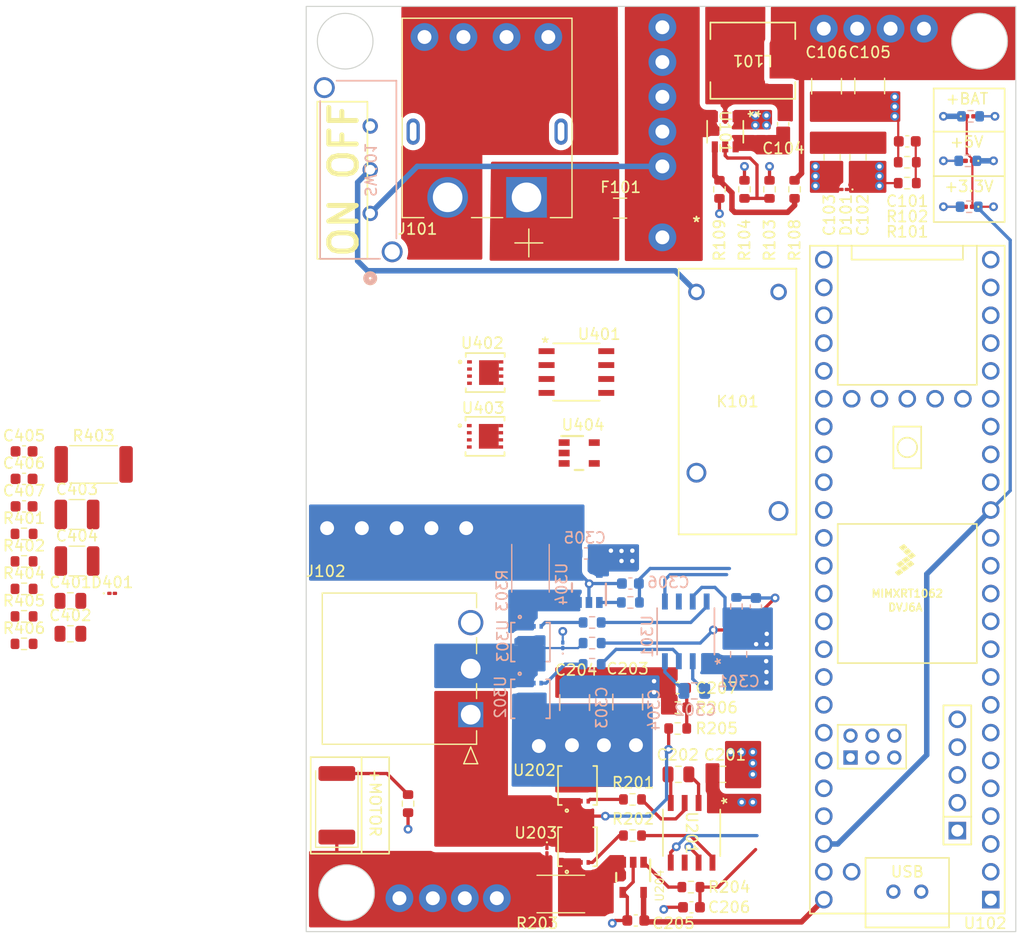
<source format=kicad_pcb>
(kicad_pcb (version 20221018) (generator pcbnew)
  (layers (0 "F.Cu" signal) (1 "In1.Cu" power "VCC") (2 "In2.Cu" power "GND") (31 "B.Cu" signal) (34 "B.Paste" user) (35 "F.Paste" user) (36 "B.SilkS" user "B.Silkscreen") (37 "F.SilkS" user "F.Silkscreen") (38 "B.Mask" user) (39 "F.Mask" user) (44 "Edge.Cuts" user))
  (net 0 "")
  (net 1 "GND")
  (net 2 "VCC_SENSE")
  (net 3 "VCC")
  (net 4 "Net-(C102-Pad2)")
  (net 5 "Net-(U101-SW)")
  (net 6 "Net-(U101-CB)")
  (net 7 "+5V")
  (net 8 "Net-(U201-HB)")
  (net 9 "Net-(U201-HS)")
  (net 10 "I_SENSE_A")
  (net 11 "V_SENSE_A")
  (net 12 "Net-(U301-HB)")
  (net 13 "Net-(U301-HS)")
  (net 14 "I_SENSE_B")
  (net 15 "V_SENSE_B")
  (net 16 "Net-(U401-HB)")
  (net 17 "Net-(U401-HS)")
  (net 18 "I_SENSE_C")
  (net 19 "V_SENSE_C")
  (net 20 "Net-(D102-A)")
  (net 21 "PHASE_A")
  (net 22 "PHASE_B")
  (net 23 "PHASE_C")
  (net 24 "+BATT")
  (net 25 "Net-(U101-EN)")
  (net 26 "Net-(U101-FB)")
  (net 27 "+3.3V")
  (net 28 "Net-(U201-HO)")
  (net 29 "Net-(R201-Pad2)")
  (net 30 "Net-(U201-LO)")
  (net 31 "Net-(U204-IN+)")
  (net 32 "Net-(U204-OUT)")
  (net 33 "Net-(U301-HO)")
  (net 34 "Net-(U301-LO)")
  (net 35 "Net-(U304-IN+)")
  (net 36 "Net-(U304-OUT)")
  (net 37 "Net-(U401-HO)")
  (net 38 "Net-(U401-LO)")
  (net 39 "Net-(U404-IN+)")
  (net 40 "Net-(U404-OUT)")
  (net 41 "PWM_A")
  (net 43 "PWM_B")
  (net 45 "PWM_C")
  (net 54 "V_MOT")
  (net 99 "Net-(K101-Pad1)")
  (net 100 "Net-(D103-A)")
  (net 101 "Net-(D104-A)")
  (net 102 "Net-(R202-Pad2)")
  (net 103 "Net-(R301-Pad2)")
  (net 104 "Net-(R302-Pad2)")
  (net 105 "Net-(R401-Pad2)")
  (net 106 "Net-(R402-Pad2)")
  (net 107 "Net-(D105-A)")
  (footprint "Capacitor_SMD:C_1210_3225Metric" (layer "F.Cu") (at 49.911 88.949 90)
    (fp_text reference "C204")
    (fp_text value "22uF" hide)
  )
  (footprint "Resistor_SMD:R_0603_1608Metric" (layer "F.Cu") (at 60.516 105.791)
    (fp_text reference "R204")
    (fp_text value "1k" hide)
  )
  (footprint "Capacitor_SMD:C_0603_1608Metric" (layer "F.Cu") (at 80.264 37.717875)
    (fp_text reference "C101")
    (fp_text value "10nF" hide)
  )
  (footprint "Resistor_SMD:R_2512_6332Metric" (layer "F.Cu") (at 48.641 106.422304 180)
    (fp_text reference "R203")
    (fp_text value "2m" hide)
  )
  (footprint "Resistor_SMD:R_0603_1608Metric" (layer "F.Cu") (at 59.309 91.313)
    (fp_text reference "R205")
    (fp_text value "4.7k" hide)
  )
  (footprint "Capacitor_SMD:C_0603_1608Metric" (layer "F.Cu") (at 60.566 107.631917)
    (fp_text reference "C206")
    (fp_text value "1nF" hide)
  )
  (footprint "Capacitor_SMD:C_0805_2012Metric" (layer "F.Cu") (at 63.439 95.500304)
    (fp_text reference "C201")
    (fp_text value "1uF" hide)
  )
  (footprint "N_MOSFETS:MOSFET_3DN-T1-GE3_VIS" (layer "F.Cu") (at 50.165 102.104304 90)
    (fp_text reference "U203")
    (fp_text value "SISHA14DN-T1-GE3" hide)
  )
  (footprint "Capacitor_SMD:C_0603_1608Metric" (layer "F.Cu") (at 68.9356 36.1318 -90)
    (fp_text reference "C104")
    (fp_text value "0.1uF" hide)
  )
  (footprint "Resistor_SMD:R_0603_1608Metric" (layer "F.Cu") (at 63.119 42.1 -90)
    (fp_text reference "R109")
    (fp_text value "13.7K" hide)
  )
  (footprint "Diode_SMD:D_01005_0402Metric" (layer "F.Cu") (at 47.371 102.461829 -90)
    (fp_text reference "D201" hide)
    (fp_text value "TVS_0402" hide)
  )
  (footprint "G5PZ-1A4-E:G5PZ_OMR" (layer "F.Cu") (at 61.02 51.4665)
    (fp_text reference "K101")
    (fp_text value "G5PZ-1A4-E")
  )
  (footprint "Capacitor_SMD:C_1210_3225Metric" (layer "F.Cu") (at 72.898 32.688 -90)
    (fp_text reference "C106")
    (fp_text value "22uF" hide)
  )
  (footprint "Resistor_SMD:R_0603_1608Metric" (layer "F.Cu") (at 34.6964 98.171 90)
    (fp_text reference "R110" hide)
    (fp_text value "100")
  )
  (footprint "SRP6540-2R2M:IND_SRP6540-2R2M_BRN" (layer "F.Cu") (at 66.167 30.353 180)
    (fp_text reference "L101")
    (fp_text value "10uH")
  )
  (footprint "Resistor_SMD:R_0603_1608Metric" (layer "F.Cu") (at -0.3556 81.0784)
    (fp_text reference "R405")
    (fp_text value "4.7k")
  )
  (footprint "INA180A3:DBV0005A_N" (layer "F.Cu") (at 50.3174 66.167)
    (fp_text reference "U404")
    (fp_text value "INA180A3IDBVR")
  )
  (footprint "Resistor_SMD:R_0603_1608Metric" (layer "F.Cu") (at -0.3556 76.0584)
    (fp_text reference "R402")
    (fp_text value "100")
  )
  (footprint "Capacitor_SMD:C_1210_3225Metric" (layer "F.Cu") (at 4.4744 76.0284)
    (fp_text reference "C404")
    (fp_text value "22uF")
  )
  (footprint "Capacitor_SMD:C_0603_1608Metric" (layer "F.Cu") (at 59.296 87.63)
    (fp_text reference "C207")
    (fp_text value "10nF" hide)
  )
  (footprint "Resistor_SMD:R_0603_1608Metric" (layer "F.Cu") (at 59.309 89.408 180)
    (fp_text reference "R206")
    (fp_text value "1k" hide)
  )
  (footprint "Diode_SMD:D_01005_0402Metric" (layer "F.Cu") (at 74.5026 42.1082 180)
    (fp_text reference "D101")
    (fp_text value "TVS_0402" hide)
  )
  (footprint "Diode_SMD:D_01005_0402Metric" (layer "F.Cu") (at 7.6844 78.9784)
    (fp_text reference "D401")
    (fp_text value "TVS_0402")
  )
  (footprint "Resistor_SMD:R_0603_1608Metric" (layer "F.Cu") (at 55.182 97.786304 180)
    (fp_text reference "R201")
    (fp_text value "100" hide)
  )
  (footprint "Capacitor_SMD:C_0603_1608Metric" (layer "F.Cu") (at -0.3556 66.0184)
    (fp_text reference "C405")
    (fp_text value "0.1uF")
  )
  (footprint "Resistor_SMD:R_0603_1608Metric" (layer "F.Cu") (at 65.405 42.1 90)
    (fp_text reference "R104")
    (fp_text value "11.3k" hide)
  )
  (footprint "Resistor_SMD:R_0603_1608Metric" (layer "F.Cu") (at 67.691 42.1 -90)
    (fp_text reference "R103")
    (fp_text value "110k" hide)
  )
  (footprint "Resistor_SMD:R_0603_1608Metric" (layer "F.Cu") (at 69.977 42.1 -90)
    (fp_text reference "R108")
    (fp_text value "100K" hide)
  )
  (footprint "Capacitor_SMD:C_0805_2012Metric" (layer "F.Cu") (at 59.375 95.500304 180)
    (fp_text reference "C202")
    (fp_text value "1uF" hide)
  )
  (footprint "Capacitor_SMD:C_0603_1608Metric" (layer "F.Cu") (at 55.486 108.839)
    (fp_text reference "C205")
    (fp_text value "0.1uF" hide)
  )
  (footprint "Resistor_SMD:R_0603_1608Metric" (layer "F.Cu") (at 80.264 39.624 180)
    (fp_text reference "R102")
    (fp_text value "1k" hide)
  )
  (footprint "Capacitor_SMD:C_0805_2012Metric" (layer "F.Cu") (at 3.8744 79.6584)
    (fp_text reference "C401")
    (fp_text value "1uF")
  )
  (footprint "MIC4605:SOIC-8_M_MCH" (layer "F.Cu") (at 50.0634 58.7756)
    (fp_text reference "U401")
    (fp_text value "MIC4605-2YM-TR")
  )
  (footprint "Capacitor_SMD:C_0805_2012Metric" (layer "F.Cu") (at 73.406 39.177 -90)
    (fp_text reference "C103")
    (fp_text value "4.7uF" hide)
  )
  (footprint "Fuse:Fuse_1206_3216Metric" (layer "F.Cu") (at 54.0512 43.815)
    (fp_text reference "F101")
    (fp_text value "20A" hide)
  )
  (footprint "Resistor_SMD:R_0603_1608Metric" (layer "F.Cu") (at -0.3556 78.5684)
    (fp_text reference "R404")
    (fp_text value "1k")
  )
  (footprint "Capacitor_SMD:C_0805_2012Metric" (layer "F.Cu") (at 3.8744 82.6684)
    (fp_text reference "C402")
    (fp_text value "1uF")
  )
  (footprint "Capacitor_SMD:C_0603_1608Metric" (layer "F.Cu") (at -0.3556 68.5284)
    (fp_text reference "C406")
    (fp_text value "1nF")
  )
  (footprint "N_MOSFETS:MOSFET_3DN-T1-GE3_VIS" (layer "F.Cu") (at 41.719601 64.643007)
    (fp_text reference "U403")
    (fp_text value "SISHA14DN-T1-GE3")
  )
  (footprint "LED_SMD:LED_0201_0603Metric" (layer "F.Cu") (at 85.888 43.688 180)
    (fp_text reference "D104" hide)
    (fp_text value "LED" hide)
  )
  (footprint "LMR51420XDDCR:SOT23_DDC_TEX" (layer "F.Cu") (at 63.647995 36.842463 -90)
    (fp_text reference "U101")
    (fp_text value "LMR51420XDDCR")
  )
  (footprint "xt60_pw:AMASS_XT60PW-M" (layer "F.Cu") (at 41.91 36.83)
    (fp_text reference "J101")
    (fp_text value "XT60PW-M" hide)
  )
  (footprint "MIC4605:SOIC-8_M_MCH" (layer "F.Cu") (at 60.579 100.834304 -90)
    (fp_text reference "U201")
    (fp_text value "MIC4605-2YM-TR" hide)
  )
  (footprint "Resistor_SMD:R_0603_1608Metric" (layer "F.Cu") (at 55.182 101.088304 180)
    (fp_text reference "R202")
    (fp_text value "100" hide)
  )
  (footprint "LED_SMD:LED_2512_6332Metric" (layer "F.Cu") (at 28.194 98.3234 90)
    (fp_text reference "D105" hide)
    (fp_text value "LED")
  )
  (footprint "N_MOSFETS:MOSFET_3DN-T1-GE3_VIS" (layer "F.Cu") (at 41.738651 58.826407)
    (fp_text reference "U402")
    (fp_text value "SISHA14DN-T1-GE3")
  )
  (footprint "Capacitor_SMD:C_1210_3225Metric" (layer "F.Cu") (at 54.737 88.9 90)
    (fp_text reference "C203")
    (fp_text value "22uF" hide)
  )
  (footprint "Resistor_SMD:R_0603_1608Metric" (layer "F.Cu") (at -0.3556 83.5884)
    (fp_text reference "R406")
    (fp_text value "1k")
  )
  (footprint "N_MOSFETS:MOSFET_3DN-T1-GE3_VIS" (layer "F.Cu") (at 50.165 96.516304 90)
    (fp_text reference "U202")
    (fp_text value "SISHA14DN-T1-GE3" hide)
  )
  (footprint "Resistor_SMD:R_0603_1608Metric" (layer "F.Cu") (at 80.264 41.529)
    (fp_text reference "R101")
    (fp_text value "4.7k" hide)
  )
  (footprint "Capacitor_SMD:C_1210_3225Metric" (layer "F.Cu") (at 4.4744 71.7784)
    (fp_text reference "C403")
    (fp_text value "22uF")
  )
  (footprint "Resistor_SMD:R_2512_6332Metric" (layer "F.Cu") (at 5.9944 67.2084)
    (fp_text reference "R403")
    (fp_text value "2m")
  )
  (footprint "INA180A3:DBV0005A_N" (layer "F.Cu") (at 55.245 104.898304 -90)
    (fp_text reference "U204")
    (fp_text value "INA180A3IDBVR" hide)
  )
  (footprint "LED_SMD:LED_0201_0603Metric" (layer "F.Cu") (at 86.015 35.433)
    (fp_text reference "D102" hide)
    (fp_text value "LED" hide)
  )
  (footprint "LED_SMD:LED_0201_0603Metric" (layer "F.Cu") (at 85.888 39.497 180)
    (fp_text reference "D103" hide)
    (fp_text value "LED" hide)
  )
  (footprint "molex_motor_conn:CON_39303037" (layer "F.Cu") (at 40.416513 90.051999 -90)
    (fp_text reference "J102")
    (fp_text value "39303037" hide)
  )
  (footprint "Capacitor_SMD:C_0805_2012Metric" (layer "F.Cu") (at 75.7682 39.177 90)
    (fp_text reference "C102")
    (fp_text value "4.7uF" hide)
  )
  (footprint "Capacitor_SMD:C_0603_1608Metric" (layer "F.Cu") (at -0.3556 71.0384)
    (fp_text reference "C407")
    (fp_text value "10nF")
  )
  (footprint "teensy.pretty-master:Teensy41" (layer "F.Cu") (at 80.2668 77.724 90)
    (fp_text reference "U102")
    (fp_text value "Teensy4.1" hide)
  )
  (footprint "Resistor_SMD:R_0603_1608Metric" (layer "F.Cu") (at -0.3556 73.5484)
    (fp_text reference "R401")
    (fp_text value "100")
  )
  (footprint "Capacitor_SMD:C_1210_3225Metric" (layer "F.Cu") (at 76.835 32.666686 -90)
    (fp_text reference "C105")
    (fp_text value "22uF" hide)
  )
  (footprint "N_MOSFETS:MOSFET_3DN-T1-GE3_VIS" (layer "B.Cu") (at 45.872407 83.426401 -90)
    (fp_text reference "U303")
    (fp_text value "SISHA14DN-T1-GE3" hide)
  )
  (footprint "Resistor_SMD:R_0603_1608Metric" (layer "B.Cu") (at 51.499 81.6356 180)
    (fp_text reference "R302" hide)
    (fp_text value "100" hide)
  )
  (footprint "Capacitor_SMD:C_0805_2012Metric" (layer "B.Cu") (at 60.8228 87.884 180)
    (fp_text reference "C302")
    (fp_text value "1uF" hide)
  )
  (footprint "Capacitor_SMD:C_1210_3225Metric" (layer "B.Cu") (at 49.8856 88.9526 90)
    (fp_text reference "C303")
    (fp_text value "22uF" hide)
  )
  (footprint "Resistor_SMD:R_0603_1608Metric" (layer "B.Cu") (at 51.499 85.4456 180)
    (fp_text reference "R301" hide)
    (fp_text value "100" hide)
  )
  (footprint "INA180A3:DBV0005A_N" (layer "B.Cu") (at 51.2064 78.4352 90)
    (fp_text reference "U304")
    (fp_text value "INA180A3IDBVR" hide)
  )
  (footprint "Capacitor_SMD:C_1210_3225Metric" (layer "B.Cu") (at 54.7624 88.8982 90)
    (fp_text reference "C304")
    (fp_text value "22uF" hide)
  )
  (footprint "N_MOSFETS:MOSFET_3DN-T1-GE3_VIS" (layer "B.Cu") (at 45.862621 88.607801 -90)
    (fp_text reference "U302")
    (fp_text value "SISHA14DN-T1-GE3" hide)
  )
  (footprint "Capacitor_SMD:C_0805_2012Metric" (layer "B.Cu") (at 64.8716 84.5464 90)
    (fp_text reference "C301")
    (fp_text value "1uF" hide)
  )
  (footprint "Resistor_SMD:R_0603_1608Metric" (layer "B.Cu") (at 54.991 79.8068)
    (fp_text reference "R304" hide)
    (fp_text value "1k" hide)
  )
  (footprint "Resistor_SMD:R_0603_1608Metric" (layer "B.Cu") (at 85.789 39.497 180)
    (fp_text reference "R106" hide)
    (fp_text value "100" hide)
  )
  (footprint "Capacitor_SMD:C_0603_1608Metric" (layer "B.Cu") (at 66.4464 80.1754 90)
    (fp_text reference "C307" hide)
    (fp_text value "10nF" hide)
  )
  (footprint "Resistor_SMD:R_0603_1608Metric" (layer "B.Cu") (at 51.499 83.5152)
    (fp_text reference "R305" hide)
    (fp_text value "4.7k" hide)
  )
  (footprint "Resistor_SMD:R_0603_1608Metric" (layer "B.Cu") (at 85.916 43.688 180)
    (fp_text reference "R107" hide)
    (fp_text value "100" hide)
  )
  (footprint "Resistor_SMD:R_0603_1608Metric" (layer "B.Cu") (at 64.6684 80.1746 -90)
    (fp_text reference "R306" hide)
    (fp_text value "1k" hide)
  )
  (footprint "Resistor_SMD:R_0603_1608Metric" (layer "B.Cu") (at 86.043 35.433)
    (fp_text reference "R105" hide)
    (fp_text value "1k" hide)
  )
  (footprint "Capacitor_SMD:C_0603_1608Metric" (layer "B.Cu") (at 54.991 78.0796)
    (fp_text reference "C306")
    (fp_text value "1nF" hide)
  )
  (footprint "SLIDE_SWITCH:SW3_1825255-1_TEC" (layer "B.Cu") (at 31.242 44.2976 90)
    (fp_text reference "SW101")
    (fp_text value "1825255-1")
  )
  (footprint "Diode_SMD:D_01005_0402Metric" (layer "B.Cu") (at 48.8188 83.7184 90)
    (fp_text reference "D301" hide)
    (fp_text value "TVS_0402")
  )
  (footprint "Resistor_SMD:R_2512_6332Metric" (layer "B.Cu") (at 45.8724 76.6919 90)
    (fp_text reference "R303")
    (fp_text value "2m" hide)
  )
  (footprint "Capacitor_SMD:C_0603_1608Metric" (layer "B.Cu") (at 50.9394 75.3364)
    (fp_text reference "C305")
    (fp_text value "0.1uF" hide)
  )
  (footprint "MIC4605:SOIC-8_M_MCH" (layer "B.Cu") (at 60.0456 82.4484 90)
    (fp_text reference "U301")
    (fp_text value "MIC4605-2YM-TR" hide)
  )
  (gr_rect (start 82.677 32.893) (end 89.154 45.085) (stroke (width 0.15)) (fill none) (layer "F.SilkS"))
  (gr_rect (start 25.8064 93.9292) (end 32.9692 102.743) (stroke (width 0.15)) (fill none) (layer "F.SilkS"))
  (gr_line (start 30.4546 93.98) (end 30.4546 102.743) (stroke (width 0.15)) (layer "F.SilkS"))
  (gr_rect (start 26.416 34.0995) (end 30.988 48.4505) (stroke (width 0.15)) (fill none) (layer "F.SilkS"))
  (gr_line (start 82.677 40.894) (end 89.154 40.894) (stroke (width 0.15)) (layer "F.SilkS"))
  (gr_line (start 82.677 36.83) (end 89.154 36.83) (stroke (width 0.15)) (layer "F.SilkS"))
  (gr_circle (center 29.083 106.299) (end 26.543 106.299) (stroke (width 0.1)) (fill none) (layer "Edge.Cuts"))
  (gr_circle (center 28.956 28.575) (end 26.416 28.575) (stroke (width 0.1)) (fill none) (layer "Edge.Cuts"))
  (gr_circle (center 86.868 28.575) (end 84.328 28.575) (stroke (width 0.1)) (fill none) (layer "Edge.Cuts"))
  (gr_rect (start 25.4 25.4) (end 90.17 109.855) (stroke (width 0.1)) (fill none) (layer "Edge.Cuts"))
  (gr_text "+BAT" (at 83.693 34.417) (layer "F.SilkS") (effects (font (size 1 1)) (justify left bottom)))
  (gr_text "+3.3V" (at 83.566 42.418) (layer "F.SilkS") (effects (font (size 1 1)) (justify left bottom)))
  (gr_text "+5V" (at 84.074 38.354) (layer "F.SilkS") (effects (font (size 1 1)) (justify left bottom)))
  (gr_text "OFF" (at 28.829 37.719 90) (layer "F.SilkS") (effects (font (size 2.5 2.5) (thickness 0.45))))
  (gr_text "ON" (at 28.829 45.593 90) (layer "F.SilkS") (effects (font (size 2.5 2.5) (thickness 0.45))))
  (gr_text "+MOTOR" (at 31.115 94.869 -90) (layer "F.SilkS") (effects (font (size 1 1)) (justify left bottom)))
  (segment (start 54.711 108.839) (end 54.711 106.689301) (width 0.3) (layer "F.Cu") (net 1))
  (segment (start 54.295002 106.273303) (end 55.245 105.323305) (width 0.3) (layer "F.Cu") (net 1))
  (segment (start 88.138 43.688) (end 86.208 43.688) (width 0.2) (layer "F.Cu") (net 1))
  (segment (start 79.439 35.751) (end 79.121 35.433) (width 0.2) (layer "F.Cu") (net 1))
  (segment (start 86.208 39.497) (end 86.208 43.688) (width 0.2) (layer "F.Cu") (net 1))
  (segment (start 59.791 107.631917) (end 58.230083 107.631917) (width 0.3) (layer "F.Cu") (net 1))
  (segment (start 28.194 101.2234) (end 28.194 103.0986) (width 0.3) (layer "F.Cu") (net 1))
  (segment (start 54.711 108.839) (end 53.594 108.839) (width 0.3) (layer "F.Cu") (net 1))
  (segment (start 53.594 108.839) (end 53.34 109.093) (width 0.3) (layer "F.Cu") (net 1))
  (segment (start 63.119 42.926) (end 63.119 44.323) (width 0.3) (layer "F.Cu") (net 1))
  (segment (start 54.711 106.689301) (end 54.295002 106.273303) (width 0.3) (layer "F.Cu") (net 1))
  (segment (start 74.2526 42.1082) (end 73.9852 42.1082) (width 0.2) (layer "F.Cu") (net 1))
  (segment (start 86.208 39.338544) (end 86.208 39.497) (width 0.2) (layer "F.Cu") (net 1))
  (segment (start 73.9852 42.1082) (end 73.787 41.91) (width 0.2) (layer "F.Cu") (net 1))
  (segment (start 65.405 40.005) (end 65.405 41.275) (width 0.3) (layer "F.Cu") (net 1))
  (segment (start 63.119 42.925) (end 63.119 42.926) (width 0.3) (layer "F.Cu") (net 1))
  (segment (start 58.230083 107.631917) (end 58.039 107.823) (width 0.3) (layer "F.Cu") (net 1))
  (segment (start 47.371 103.120304) (end 47.371 102.739304) (width 0.2) (layer "F.Cu") (net 1))
  (segment (start 61.214 102.993304) (end 61.214 103.558454) (width 0.3) (layer "F.Cu") (net 1))
  (segment (start 85.695 35.433) (end 85.695 38.825544) (width 0.2) (layer "F.Cu") (net 1))
  (segment (start 55.245 105.323305) (end 55.245 103.523303) (width 0.3) (layer "F.Cu") (net 1))
  (segment (start 79.439 39.624) (end 79.439 35.751) (width 0.2) (layer "F.Cu") (net 1))
  (segment (start 85.695 38.825544) (end 86.208 39.338544) (width 0.2) (layer "F.Cu") (net 1))
  (segment (start 60.325 102.104304) (end 61.214 102.993304) (width 0.3) (layer "F.Cu") (net 1))
  (via (at 63.119 44.323) (size 0.8) (drill 0.4) (layers "F.Cu" "B.Cu") (net 1))
  (via (at 36.195 28.194) (size 2.54) (drill 1.27) (layers "F.Cu" "B.Cu") (net 1))
  (via (at 67.437 82.677) (size 0.8) (drill 0.4) (layers "F.Cu" "B.Cu") (net 1))
  (via (at 88.138 43.688) (size 0.8) (drill 0.4) (layers "F.Cu" "B.Cu") (net 1))
  (via (at 39.878 106.807) (size 2.54) (drill 1.27) (layers "F.Cu" "B.Cu") (net 1))
  (via (at 65.405 40.005) (size 0.8) (drill 0.4) (layers "F.Cu" "B.Cu") (net 1))
  (via (at 79.121 33.655) (size 0.8) (drill 0.4) (layers "F.Cu" "B.Cu") (net 1))
  (via (at 66.4718 83.6168) (size 0.8) (drill 0.4) (layers "F.Cu" "B.Cu") (net 1))
  (via (at 60.325 102.104304) (size 0.8) (drill 0.4) (layers "F.Cu" "B.Cu") (net 1))
  (via (at 36.957 106.807) (size 2.54) (drill 1.27) (layers "F.Cu" "B.Cu") (net 1))
  (via (at 58.039 107.823) (size 0.8) (drill 0.4) (layers "F.Cu" "B.Cu") (net 1))
  (via (at 64.135 93.468304) (size 0.8) (drill 0.4) (layers "F.Cu" "B.Cu") (net 1))
  (via (at 65.151 93.468304) (size 0.8) (drill 0.4) (layers "F.Cu" "B.Cu") (net 1))
  (via (at 33.909 106.807) (size 2.54) (drill 1.27) (layers "F.Cu" "B.Cu") (net 1))
  (via (at 67.4116 35.3568) (size 0.8) (drill 0.4) (layers "F.Cu" "B.Cu") (net 1))
  (via (at 71.882 40.894) (size 0.8) (drill 0.4) (layers "F.Cu" "B.Cu") (net 1))
  (via (at 36.83 73.025) (size 2.54) (drill 1.27) (layers "F.Cu" "B.Cu") (net 1))
  (via (at 66.3956 36.2458) (size 0.8) (drill 0.4) (layers "F.Cu" "B.Cu") (net 1))
  (via (at 27.305 73.025) (size 2.54) (drill 1.27) (layers "F.Cu" "B.Cu") (net 1))
  (via (at 47.498 28.194) (size 2.54) (drill 1.27) (layers "F.Cu" "B.Cu") (net 1))
  (via (at 30.48 73.025) (size 2.54) (drill 1.27) (layers "F.Cu" "B.Cu") (net 1))
  (via (at 71.882 40.005) (size 0.8) (drill 0.4) (layers "F.Cu" "B.Cu") (net 1))
  (via (at 67.4116 36.2458) (size 0.8) (drill 0.4) (layers "F.Cu" "B.Cu") (net 1))
  (via (at 66.167 95.500304) (size 0.8) (drill 0.4) (layers "F.Cu" "B.Cu") (net 1))
  (via (at 79.121 34.544) (size 0.8) (drill 0.4) (layers "F.Cu" "B.Cu") (net 1))
  (via (at 40.005 73.025) (size 2.54) (drill 1.27) (layers "F.Cu" "B.Cu") (net 1))
  (via (at 66.167 94.484304) (size 0.8) (drill 0.4) (layers "F.Cu" "B.Cu") (net 1))
  (via (at 42.799 106.803304) (size 2.54) (drill 1.27) (layers "F.Cu" "B.Cu") (net 1))
  (via (at 53.34 109.093) (size 0.8) (drill 0.4) (layers "F.Cu" "B.Cu") (net 1))
  (via (at 67.437 83.6168) (size 0.8) (drill 0.4) (layers "F.Cu" "B.Cu") (net 1))
  (via (at 48.8188 82.4484) (size 0.8) (drill 0.4) (layers "F.Cu" "B.Cu") (net 1))
  (via (at 79.121 35.433) (size 0.8) (drill 0.4) (layers "F.Cu" "B.Cu") (net 1))
  (via (at 71.882 41.783) (size 0.8) (drill 0.4) (layers "F.Cu" "B.Cu") (net 1))
  (via (at 66.167 93.468304) (size 0.8) (drill 0.4) (layers "F.Cu" "B.Cu") (net 1))
  (via (at 51.2318 78.105) (size 0.8) (drill 0.4) (layers "F.Cu" "B.Cu") (net 1))
  (via (at 66.3956 35.3568) (size 0.8) (drill 0.4) (layers "F.Cu" "B.Cu") (net 1))
  (via (at 43.688 28.194) (size 2.54) (drill 1.27) (layers "F.Cu" "B.Cu") (net 1))
  (via (at 57.15 86.995) (size 0.8) (drill 0.4) (layers "F.Cu" "B.Cu") (net 1))
  (via (at 33.655 73.025) (size 2.54) (drill 1.27) (layers "F.Cu" "B.Cu") (net 1))
  (via (at 57.15 88.011) (size 0.8) (drill 0.4) (layers "F.Cu" "B.Cu") (net 1))
  (via (at 39.751 28.194) (size 2.54) (drill 1.27) (layers "F.Cu" "B.Cu") (net 1))
  (segment (start 51.2064 78.1304) (end 51.2318 78.105) (width 0.3) (layer "B.Cu") (net 1))
  (segment (start 64.0832 80.9996) (end 64.6684 80.9996) (width 0.3) (layer "B.Cu") (net 1))
  (segment (start 61.5061 78.4352) (end 62.7126 78.4352) (width 0.3) (layer "B.Cu") (net 1))
  (segment (start 63.627 80.5434) (end 64.0832 80.9996) (width 0.3) (layer "B.Cu") (net 1))
  (segment (start 51.2064 78.010199) (end 51.2064 78.0796) (width 0.3) (layer "B.Cu") (net 1))
  (segment (start 51.2064 79.810201) (end 51.2064 78.1304) (width 0.3) (layer "B.Cu") (net 1))
  (segment (start 51.2064 78.0796) (end 51.2318 78.105) (width 0.3) (layer "B.Cu") (net 1))
  (segment (start 60.6806 79.2607) (end 61.5061 78.4352) (width 0.3) (layer "B.Cu") (net 1))
  (segment (start 48.8188 82.4484) (end 48.8188 83.4644) (width 0.2) (layer "B.Cu") (net 1))
  (segment (start 54.203 78.0796) (end 54.2284 78.0542) (width 0.3) (layer "B.Cu") (net 1))
  (segment (start 62.7126 78.4352) (end 63.627 79.3496) (width 0.3) (layer "B.Cu") (net 1))
  (segment (start 50.256402 77.060201) (end 51.2064 78.010199) (width 0.3) (layer "B.Cu") (net 1))
  (segment (start 60.6806 79.72425) (end 60.6806 79.2607) (width 0.3) (layer "B.Cu") (net 1))
  (segment (start 63.627 79.3496) (end 63.627 80.5434) (width 0.3) (layer "B.Cu") (net 1))
  (segment (start 51.2064 78.0796) (end 54.203 78.0796) (width 0.3) (layer "B.Cu") (net 1))
  (segment (start 81.039 41.479) (end 81.089 41.529) (width 0.2) (layer "F.Cu") (net 2))
  (segment (start 81.039 37.717875) (end 81.039 41.479) (width 0.2) (layer "F.Cu") (net 2))
  (segment (start 74.7526 42.1082) (end 75.1128 42.1082) (width 0.2) (layer "F.Cu") (net 3))
  (segment (start 75.1128 42.1082) (end 75.311 41.91) (width 0.2) (layer "F.Cu") (net 3))
  (segment (start 77.978 41.529) (end 79.439 41.529) (width 0.2) (layer "F.Cu") (net 3))
  (segment (start 67.691 40.005) (end 67.691 41.275) (width 0.3) (layer "F.Cu") (net 3))
  (segment (start 77.724 41.783) (end 77.978 41.529) (width 0.2) (layer "F.Cu") (net 3))
  (via (at 67.3862 85.1662) (size 0.8) (drill 0.4) (layers "F.Cu" "B.Cu") (net 3))
  (via (at 57.912 40.005) (size 2.54) (drill 1.27) (layers "F.Cu" "B.Cu") (net 3))
  (via (at 67.691 40.005) (size 0.8) (drill 0.4) (layers "F.Cu" "B.Cu") (net 3))
  (via (at 67.4116 87.122) (size 0.8) (drill 0.4) (layers "F.Cu" "B.Cu") (net 3))
  (via (at 77.724 41.783) (size 0.8) (drill 0.4) (layers "F.Cu" "B.Cu") (net 3))
  (via (at 77.724 40.005) (size 0.8) (drill 0.4) (layers "F.Cu" "B.Cu") (net 3))
  (via (at 57.912 27.305) (size 2.54) (drill 1.27) (layers "F.Cu" "B.Cu") (net 3))
  (via (at 57.912 46.482) (size 2.54) (drill 1.27) (layers "F.Cu" "B.Cu") (net 3))
  (via (at 57.912 30.48) (size 2.54) (drill 1.27) (layers "F.Cu" "B.Cu") (net 3))
  (via (at 66.167 98.040304) (size 0.8) (drill 0.4) (layers "F.Cu" "B.Cu") (net 3))
  (via (at 65.151 98.040304) (size 0.8) (drill 0.4) (layers "F.Cu" "B.Cu") (net 3))
  (via (at 77.724 40.894) (size 0.8) (drill 0.4) (layers "F.Cu" "B.Cu") (net 3))
  (via (at 83.566 35.433) (size 0.8) (drill 0.4) (layers "F.Cu" "B.Cu") (net 3))
  (via (at 67.4116 86.1568) (size 0.8) (drill 0.4) (layers "F.Cu" "B.Cu") (net 3))
  (via (at 57.912 36.83) (size 2.54) (drill 1.27) (layers "F.Cu" "B.Cu") (net 3))
  (via (at 57.912 33.655) (size 2.54) (drill 1.27) (layers "F.Cu" "B.Cu") (net 3))
  (segment (start 85.218 35.433) (end 83.566 35.433) (width 0.5) (layer "B.Cu") (net 3))
  (segment (start 35.5346 40.005) (end 57.912 40.005) (width 0.5) (layer "B.Cu") (net 3))
  (segment (start 31.242 44.2976) (end 35.5346 40.005) (width 0.5) (layer "B.Cu") (net 3))
  (segment (start 56.195001 108.773001) (end 56.388 108.966) (width 0.5) (layer "F.Cu") (net 7))
  (segment (start 56.388 108.966) (end 70.6148 108.966) (width 0.5) (layer "F.Cu") (net 7))
  (segment (start 56.195001 106.273303) (end 56.195001 108.773001) (width 0.5) (layer "F.Cu") (net 7))
  (segment (start 70.6148 108.966) (end 72.6468 106.934) (width 0.5) (layer "F.Cu") (net 7))
  (segment (start 69.977 41.275) (end 70.612 40.64) (width 0.5) (layer "F.Cu") (net 7))
  (segment (start 70.612 40.64) (end 70.612 32.004) (width 0.5) (layer "F.Cu") (net 7))
  (segment (start 70.612 32.004) (end 68.961 30.353) (width 0.5) (layer "F.Cu") (net 7))
  (via (at 72.644 27.432) (size 2.54) (drill 1.27) (layers "F.Cu" "B.Cu") (net 7))
  (via (at 75.692 27.432) (size 2.54) (drill 1.27) (layers "F.Cu" "B.Cu") (net 7))
  (via (at 88.138 39.497) (size 0.8) (drill 0.4) (layers "F.Cu" "B.Cu") (net 7))
  (via (at 78.74 27.432) (size 2.54) (drill 1.27) (layers "F.Cu" "B.Cu") (net 7))
  (via (at 81.788 27.432) (size 2.54) (drill 1.27) (layers "F.Cu" "B.Cu") (net 7))
  (via (at 55.1688 76.0222) (size 0.8) (drill 0.4) (layers "F.Cu" "B.Cu") (net 7))
  (via (at 54.1782 75.1078) (size 0.8) (drill 0.4) (layers "F.Cu" "B.Cu") (net 7))
  (via (at 54.1782 76.0222) (size 0.8) (drill 0.4) (layers "F.Cu" "B.Cu") (net 7))
  (via (at 55.1688 75.0824) (size 0.8) (drill 0.4) (layers "F.Cu" "B.Cu") (net 7))
  (via (at 53.213 75.0824) (size 0.8) (drill 0.4) (layers "F.Cu" "B.Cu") (net 7))
  (segment (start 86.614 39.497) (end 88.138 39.497) (width 0.5) (layer "B.Cu") (net 7))
  (segment (start 61.214 96.389304) (end 60.325 95.500304) (width 0.3) (layer "F.Cu") (net 8))
  (segment (start 61.214 98.110154) (end 61.214 96.389304) (width 0.3) (layer "F.Cu") (net 8))
  (segment (start 58.674 95.749304) (end 58.425 95.500304) (width 0.3) (layer "F.Cu") (net 9))
  (segment (start 58.674 98.110154) (end 58.674 95.749304) (width 0.3) (layer "F.Cu") (net 9))
  (segment (start 62.992 105.791) (end 66.421 102.362) (width 0.3) (layer "F.Cu") (net 10))
  (segment (start 61.341 107.631917) (end 61.341 105.791) (width 0.3) (layer "F.Cu") (net 10))
  (segment (start 61.341 105.791) (end 62.992 105.791) (width 0.3) (layer "F.Cu") (net 10))
  (segment (start 60.134 87.693) (end 60.071 87.63) (width 0.3) (layer "F.Cu") (net 11))
  (segment (start 60.134 91.313) (end 60.134 87.693) (width 0.3) (layer "F.Cu") (net 11))
  (segment (start 60.6806 86.7918) (end 61.7728 87.884) (width 0.3) (layer "B.Cu") (net 12))
  (segment (start 60.6806 85.17255) (end 60.6806 86.7918) (width 0.3) (layer "B.Cu") (net 12))
  (segment (start 58.1406 86.1518) (end 59.8728 87.884) (width 0.3) (layer "B.Cu") (net 13))
  (segment (start 58.1406 85.17255) (end 58.1406 86.1518) (width 0.3) (layer "B.Cu") (net 13))
  (segment (start 55.816 79.8068) (end 55.816 78.1296) (width 0.3) (layer "B.Cu") (net 14))
  (segment (start 56.7944 76.708) (end 64.0334 76.708) (width 0.3) (layer "B.Cu") (net 14))
  (segment (start 55.816 78.1296) (end 55.766 78.0796) (width 0.3) (layer "B.Cu") (net 14))
  (segment (start 55.766 77.7364) (end 56.7944 76.708) (width 0.3) (layer "B.Cu") (net 14))
  (segment (start 55.766 78.0796) (end 55.766 77.7364) (width 0.3) (layer "B.Cu") (net 14))
  (segment (start 62.5602 82.3214) (end 65.278 82.3214) (width 0.3) (layer "F.Cu") (net 15))
  (segment (start 65.278 82.3214) (end 68.199 79.4004) (width 0.3) (layer "F.Cu") (net 15))
  (via (at 62.5602 82.3214) (size 0.8) (drill 0.4) (layers "F.Cu" "B.Cu") (net 15))
  (via (at 68.199 79.4004) (size 0.8) (drill 0.4) (layers "F.Cu" "B.Cu") (net 15))
  (segment (start 68.199 79.4004) (end 66.4464 79.4004) (width 0.3) (layer "B.Cu") (net 15))
  (segment (start 52.324 83.5152) (end 61.3664 83.5152) (width 0.3) (layer "B.Cu") (net 15))
  (segment (start 64.6684 79.3496) (end 66.3956 79.3496) (width 0.3) (layer "B.Cu") (net 15))
  (segment (start 61.3664 83.5152) (end 62.5602 82.3214) (width 0.3) (layer "B.Cu") (net 15))
  (segment (start 66.3956 79.3496) (end 66.4464 79.4004) (width 0.3) (layer "B.Cu") (net 15))
  (segment (start 86.335 35.433) (end 88.265 35.433) (width 0.2) (layer "F.Cu") (net 20))
  (via (at 88.265 35.433) (size 0.8) (drill 0.4) (layers "F.Cu" "B.Cu") (net 20))
  (segment (start 88.265 35.433) (end 86.868 35.433) (width 0.2) (layer "B.Cu") (net 20))
  (segment (start 58.484 93.2048) (end 58.484 91.313) (width 0.3) (layer "F.Cu") (net 21))
  (segment (start 47.371 102.167804) (end 47.371 101.786804) (width 0.2) (layer "F.Cu") (net 21))
  (segment (start 52.705 99.314) (end 51.308 99.314) (width 0.3) (layer "F.Cu") (net 21))
  (segment (start 50.489993 97.951305) (end 49.190021 97.951305) (width 0.3) (layer "F.Cu") (net 21))
  (segment (start 58.4708 93.218) (end 58.484 93.2048) (width 0.3) (layer "F.Cu") (net 21))
  (via (at 52.705 99.314) (size 0.8) (drill 0.4) (layers "F.Cu" "B.Cu") (net 21))
  (via (at 58.4708 93.218) (size 0.8) (drill 0.4) (layers "F.Cu" "B.Cu") (net 21))
  (segment (start 58.293 97.7646) (end 56.7436 99.314) (width 0.3) (layer "B.Cu") (net 21))
  (segment (start 58.293 93.3958) (end 58.293 97.7646) (width 0.3) (layer "B.Cu") (net 21))
  (segment (start 56.7436 99.314) (end 52.705 99.314) (width 0.3) (layer "B.Cu") (net 21))
  (segment (start 58.4708 93.218) (end 58.293 93.3958) (width 0.3) (layer "B.Cu") (net 21))
  (segment (start 50.2168 83.9724) (end 50.674 83.5152) (width 0.2) (layer "B.Cu") (net 22))
  (segment (start 47.0408 83.9724) (end 50.2168 83.9724) (width 0.2) (layer "B.Cu") (net 22))
  (segment (start 63.647995 38.220413) (end 63.647995 39.022063) (width 0.3) (layer "F.Cu") (net 25))
  (segment (start 67.691 42.926) (end 67.69 42.925) (width 0.3) (layer "F.Cu") (net 25))
  (segment (start 66.548 42.925) (end 65.405 42.925) (width 0.3) (layer "F.Cu") (net 25))
  (segment (start 63.868932 39.243) (end 65.913 39.243) (width 0.3) (layer "F.Cu") (net 25))
  (segment (start 66.548 39.878) (end 66.548 42.925) (width 0.3) (layer "F.Cu") (net 25))
  (segment (start 67.69 42.925) (end 66.548 42.925) (width 0.3) (layer "F.Cu") (net 25))
  (segment (start 65.913 39.243) (end 66.548 39.878) (width 0.3) (layer "F.Cu") (net 25))
  (segment (start 67.691 42.925) (end 67.691 42.926) (width 0.3) (layer "F.Cu") (net 25))
  (segment (start 63.647995 39.022063) (end 63.868932 39.243) (width 0.3) (layer "F.Cu") (net 25))
  (segment (start 64.516 44.196) (end 64.262 43.942) (width 0.5) (layer "F.Cu") (net 26))
  (segment (start 63.119 41.275) (end 62.697994 40.853994) (width 0.5) (layer "F.Cu") (net 26))
  (segment (start 64.262 43.942) (end 64.262 42.418) (width 0.5) (layer "F.Cu") (net 26))
  (segment (start 64.262 42.418) (end 63.119 41.275) (width 0.5) (layer "F.Cu") (net 26))
  (segment (start 62.697994 40.853994) (end 62.697994 38.220413) (width 0.5) (layer "F.Cu") (net 26))
  (segment (start 69.977 43.561) (end 69.342 44.196) (width 0.5) (layer "F.Cu") (net 26))
  (segment (start 69.342 44.196) (end 64.516 44.196) (width 0.5) (layer "F.Cu") (net 26))
  (segment (start 69.977 42.925) (end 69.977 43.561) (width 0.5) (layer "F.Cu") (net 26))
  (segment (start 82.042 93.726) (end 82.042 77.2188) (width 0.5) (layer "B.Cu") (net 27))
  (segment (start 86.741 43.688) (end 86.741 43.815) (width 0.3) (layer "B.Cu") (net 27))
  (segment (start 82.042 77.2188) (end 87.8868 71.374) (width 0.5) (layer "B.Cu") (net 27))
  (segment (start 89.662 69.5988) (end 87.8868 71.374) (width 0.3) (layer "B.Cu") (net 27))
  (segment (start 73.914 101.854) (end 82.042 93.726) (width 0.5) (layer "B.Cu") (net 27))
  (segment (start 89.662 46.736) (end 89.662 69.5988) (width 0.3) (layer "B.Cu") (net 27))
  (segment (start 72.6468 101.854) (end 73.914 101.854) (width 0.5) (layer "B.Cu") (net 27))
  (segment (start 86.741 43.815) (end 89.662 46.736) (width 0.3) (layer "B.Cu") (net 27))
  (segment (start 57.785 99.564304) (end 56.007 97.786304) (width 0.3) (layer "F.Cu") (net 28))
  (segment (start 59.1312 99.564304) (end 57.785 99.564304) (width 0.3) (layer "F.Cu") (net 28))
  (segment (start 59.944 98.751504) (end 59.1312 99.564304) (width 0.3) (layer "F.Cu") (net 28))
  (segment (start 59.944 98.110154) (end 59.944 98.751504) (width 0.3) (layer "F.Cu") (net 28))
  (segment (start 54.357 97.786304) (end 51.30498 97.786304) (width 0.3) (layer "F.Cu") (net 29))
  (segment (start 51.30498 97.786304) (end 51.139979 97.951305) (width 0.3) (layer "F.Cu") (net 29))
  (segment (start 62.484 103.558454) (end 62.484 103.094904) (width 0.3) (layer "F.Cu") (net 30))
  (segment (start 62.484 103.094904) (end 60.4774 101.088304) (width 0.3) (layer "F.Cu") (net 30))
  (segment (start 60.4774 101.088304) (end 56.007 101.088304) (width 0.3) (layer "F.Cu") (net 30))
  (segment (start 59.691 105.791) (end 58.462698 105.791) (width 0.3) (layer "F.Cu") (net 32))
  (segment (start 58.462698 105.791) (end 56.195001 103.523303) (width 0.3) (layer "F.Cu") (net 32))
  (segment (start 59.4106 84.6328) (end 59.4106 85.17255) (width 0.3) (layer "B.Cu") (net 33))
  (segment (start 53.6773 84.0923) (end 58.8701 84.0923) (width 0.3) (layer "B.Cu") (net 33))
  (segment (start 52.324 85.4456) (end 53.6773 84.0923) (width 0.3) (layer "B.Cu") (net 33))
  (segment (start 58.8701 84.0923) (end 59.4106 84.6328) (width 0.3) (layer "B.Cu") (net 33))
  (segment (start 61.9506 80.1878) (end 61.9506 79.72425) (width 0.3) (layer "B.Cu") (net 34))
  (segment (start 60.5028 81.6356) (end 61.9506 80.1878) (width 0.3) (layer "B.Cu") (net 34))
  (segment (start 52.324 81.6356) (end 60.5028 81.6356) (width 0.3) (layer "B.Cu") (net 34))
  (segment (start 52.156401 79.810201) (end 54.131801 79.810201) (width 0.3) (layer "B.Cu") (net 36))
  (segment (start 54.131801 79.810201) (end 54.1792 79.8576) (width 0.3) (layer "B.Cu") (net 36))
  (segment (start 58.674 102.616) (end 59.182 102.108) (width 0.3) (layer "F.Cu") (net 41))
  (segment (start 58.674 103.558454) (end 58.674 102.616) (width 0.3) (layer "F.Cu") (net 41))
  (via (at 59.182 102.108) (size 0.8) (drill 0.4) (layers "F.Cu" "B.Cu") (net 41))
  (segment (start 60.198 101.092) (end 66.548 101.092) (width 0.3) (layer "B.Cu") (net 41))
  (segment (start 59.182 102.108) (end 60.198 101.092) (width 0.3) (layer "B.Cu") (net 41))
  (segment (start 58.6232 77.2668) (end 63.7794 77.2668) (width 0.3) (layer "B.Cu") (net 43))
  (segment (start 58.1406 77.7494) (end 58.6232 77.2668) (width 0.3) (layer "B.Cu") (net 43))
  (segment (start 58.1406 79.72425) (end 58.1406 77.7494) (width 0.3) (layer "B.Cu") (net 43))
  (segment (start 34.6964 98.996) (end 34.6964 100.5078) (width 0.3) (layer "F.Cu") (net 54))
  (via (at 49.657 92.837) (size 2.54) (drill 1.27) (layers "F.Cu" "B.Cu") (net 54))
  (via (at 52.578 92.837) (size 2.54) (drill 1.27) (layers "F.Cu" "B.Cu") (net 54))
  (via (at 34.6964 100.5078) (size 0.8) (drill 0.4) (layers "F.Cu" "B.Cu") (net 54))
  (via (at 46.6344 92.9132) (size 2.54) (drill 1.27) (layers "F.Cu" "B.Cu") (net 54))
  (via (at 55.499 92.837) (size 2.54) (drill 1.27) (layers "F.Cu" "B.Cu") (net 54))
  (segment (start 30.0935 41.4583) (end 30.0935 48.6355) (width 0.5) (layer "B.Cu") (net 99))
  (segment (start 30.988 49.53) (end 59.083499 49.53) (width 0.5) (layer "B.Cu") (net 99))
  (segment (start 59.083499 49.53) (end 61.02 51.466501) (width 0.5) (layer "B.Cu") (net 99))
  (segment (start 31.242 40.3098) (end 30.0935 41.4583) (width 0.5) (layer "B.Cu") (net 99))
  (segment (start 30.0935 48.6355) (end 30.988 49.53) (width 0.5) (layer "B.Cu") (net 99))
  (segment (start 85.568 39.497) (end 83.566 39.497) (width 0.2) (layer "F.Cu") (net 100))
  (segment (start 85.568 39.497) (end 85.598 39.497) (width 0.2) (layer "F.Cu") (net 100))
  (segment (start 85.598 39.497) (end 85.568 39.527) (width 0.2) (layer "F.Cu") (net 100))
  (via (at 83.566 39.497) (size 0.8) (drill 0.4) (layers "F.Cu" "B.Cu") (net 100))
  (segment (start 83.566 39.497) (end 84.964 39.497) (width 0.2) (layer "B.Cu") (net 100))
  (segment (start 84.964 39.497) (end 84.963 39.497) (width 0.5) (layer "B.Cu") (net 100))
  (segment (start 85.568 43.688) (end 83.566 43.688) (width 0.2) (layer "F.Cu") (net 101))
  (via (at 83.566 43.688) (size 0.8) (drill 0.4) (layers "F.Cu" "B.Cu") (net 101))
  (segment (start 83.566 43.688) (end 85.091 43.688) (width 0.2) (layer "B.Cu") (net 101))
  (segment (start 51.527695 103.539305) (end 51.139979 103.539305) (width 0.3) (layer "F.Cu") (net 102))
  (segment (start 53.978696 101.088304) (end 51.527695 103.539305) (width 0.3) (layer "F.Cu") (net 102))
  (segment (start 54.357 101.088304) (end 53.978696 101.088304) (width 0.3) (layer "F.Cu") (net 102))
  (segment (start 50.6232 85.4456) (end 49.022 85.4456) (width 0.3) (layer "B.Cu") (net 103))
  (segment (start 47.2948 87.1728) (end 46.8376 87.1728) (width 0.3) (layer "B.Cu") (net 103))
  (segment (start 49.022 85.4456) (end 47.2948 87.1728) (width 0.3) (layer "B.Cu") (net 103))
  (segment (start 50.674 81.6356) (end 47.203186 81.6356) (width 0.3) (layer "B.Cu") (net 104))
  (segment (start 47.203186 81.6356) (end 46.847386 81.9914) (width 0.3) (layer "B.Cu") (net 104))
  (segment (start 32.7738 95.4234) (end 34.6964 97.346) (width 0.3) (layer "F.Cu") (net 107))
  (segment (start 28.194 95.4234) (end 32.7738 95.4234) (width 0.3) (layer "F.Cu") (net 107))
  (zone (net 3) (net_name "VCC") (layer "F.Cu") (priority 16) (connect_pads yes (clearance 0.5)) (min_thickness 0.25) (fill yes (thermal_gap 0.5) (thermal_bridge_width 0.5))
    (polygon (pts (xy 61.849 99.056304) (xy 61.849 94.484304) (xy 63.373 94.484304) (xy 63.373 97.024304) (xy 66.929 97.024304) (xy 66.929 99.056304)))
  )
  (zone (net 24) (net_name "+BATT") (layer "F.Cu") (priority 5) (connect_pads yes (clearance 0.5)) (min_thickness 0.25) (fill yes (thermal_gap 0.5) (thermal_bridge_width 0.5) (island_removal_mode 1) (island_area_min 10))
    (polygon (pts (xy 42.1386 48.6156) (xy 42.2656 39.5732) (xy 53.975 39.5986) (xy 53.975 48.6156)))
  )
  (zone (net 1) (net_name "GND") (layer "F.Cu") (priority 8) (connect_pads yes (clearance 0.5)) (min_thickness 0.25) (fill yes (thermal_gap 0.5) (thermal_bridge_width 0.5) (island_removal_mode 1) (island_area_min 10))
    (polygon (pts (xy 64.2366 34.8488) (xy 67.9196 34.8488) (xy 67.9196 36.7538) (xy 64.2366 36.7538)))
  )
  (zone (net 31) (net_name "Net-(U204-IN+)") (layer "F.Cu") (priority 18) (connect_pads yes (clearance 0.5)) (min_thickness 0.25) (fill yes (thermal_gap 0.5) (thermal_bridge_width 0.5))
    (polygon (pts (xy 48.133 102.866304) (xy 54.737 102.866304) (xy 54.737 105.406304) (xy 53.467 105.406304) (xy 53.467 108.454304) (xy 48.133 108.454304)))
  )
  (zone (net 1) (net_name "GND") (layer "F.Cu") (priority 4) (connect_pads yes (clearance 0.5)) (min_thickness 0.25) (fill yes (thermal_gap 0.5) (thermal_bridge_width 0.5) (island_removal_mode 1) (island_area_min 10))
    (polygon (pts (xy 53.848 26.8732) (xy 53.8988 38.9636) (xy 41.4782 38.9636) (xy 41.4782 48.514) (xy 34.0614 48.514) (xy 34.0868 25.3746) (xy 53.848 25.4)))
  )
  (zone (net 1) (net_name "GND") (layer "F.Cu") (priority 19) (connect_pads yes (clearance 0.5)) (min_thickness 0.25) (fill yes (thermal_gap 0.5) (thermal_bridge_width 0.5))
    (polygon (pts (xy 25.654 102.485304) (xy 47.879 102.485304) (xy 47.879 109.470304) (xy 25.654 109.470304)))
  )
  (zone (net 1) (net_name "GND") (layer "F.Cu") (priority 17) (connect_pads yes (clearance 0.5)) (min_thickness 0.25) (fill yes (thermal_gap 0.5) (thermal_bridge_width 0.5))
    (polygon (pts (xy 63.627 96.770304) (xy 63.627 92.452304) (xy 66.929 92.452304) (xy 66.929 96.770304)))
  )
  (zone (net 1) (net_name "GND") (layer "F.Cu") (priority 22) (connect_pads yes (clearance 0.5)) (min_thickness 0.25) (fill yes (thermal_gap 0.5) (thermal_bridge_width 0.5))
    (polygon (pts (xy 48.133 88.519) (xy 57.785 88.519) (xy 57.785 90.043) (xy 59.309 90.043) (xy 59.309 85.725) (xy 48.133 85.725)))
  )
  (zone (net 21) (net_name "PHASE_A") (layer "F.Cu") (priority 20) (connect_pads yes (clearance 0.5)) (min_thickness 0.25) (fill yes (thermal_gap 0.5) (thermal_bridge_width 0.5))
    (polygon (pts (xy 50.8 97.409) (xy 50.8 98.425) (xy 51.689 98.425) (xy 51.689 102.616) (xy 48.133 102.616) (xy 48.133 102.108) (xy 37.084 102.108) (xy 37.084 87.884) (xy 43.815 87.884) (xy 43.815 97.409)))
  )
  (zone (net 6) (net_name "Net-(U101-CB)") (layer "F.Cu") (priority 10) (connect_pads yes (clearance 0.5)) (min_thickness 0.25) (fill yes (thermal_gap 0.5) (thermal_bridge_width 0.5) (island_removal_mode 1) (island_area_min 10))
    (polygon (pts (xy 68.3006 36.3728) (xy 69.5706 36.3728) (xy 69.5706 38.9128) (xy 64.2366 38.9128) (xy 64.2366 37.1348) (xy 68.3006 37.1348)))
  )
  (zone (net 1) (net_name "GND") (layer "F.Cu") (priority 9) (connect_pads yes (clearance 0.5)) (min_thickness 0.25) (fill yes (thermal_gap 0.5) (thermal_bridge_width 0.5) (island_removal_mode 1) (island_area_min 10))
    (polygon (pts (xy 71.374 33.147) (xy 79.629 33.147) (xy 79.629 35.941) (xy 71.374 35.941)))
  )
  (zone (net 1) (net_name "GND") (layer "F.Cu") (priority 12) (connect_pads yes (clearance 0.5)) (min_thickness 0.25) (fill yes (thermal_gap 0.5) (thermal_bridge_width 0.5) (island_removal_mode 1) (island_area_min 10))
    (polygon (pts (xy 74.422 39.497) (xy 74.422 42.418) (xy 71.374 42.418) (xy 71.374 39.497)))
  )
  (zone (net 3) (net_name "VCC") (layer "F.Cu") (priority 11) (connect_pads yes (clearance 0.5)) (min_thickness 0.25) (fill yes (thermal_gap 0.5) (thermal_bridge_width 0.5) (island_removal_mode 1) (island_area_min 10))
    (polygon (pts (xy 74.803 39.497) (xy 78.359 39.497) (xy 78.359 42.418) (xy 74.803 42.418)))
  )
  (zone (net 4) (net_name "Net-(C102-Pad2)") (layer "F.Cu") (priority 13) (connect_pads yes (clearance 0.5)) (min_thickness 0.25) (fill yes (thermal_gap 0.5) (thermal_bridge_width 0.5) (island_removal_mode 1) (island_area_min 10))
    (polygon (pts (xy 71.374 38.862) (xy 78.359 38.862) (xy 78.359 36.83) (xy 71.374 36.83)))
  )
  (zone (net 54) (net_name "V_MOT") (layer "F.Cu") (priority 21) (connect_pads yes (clearance 0.5)) (min_thickness 0.25) (fill yes (thermal_gap 0.5) (thermal_bridge_width 0.5))
    (polygon (pts (xy 48.133 97.155) (xy 51.943 97.155) (xy 51.943 96.647) (xy 57.023 96.647) (xy 57.023 89.027) (xy 48.133 89.027)))
  )
  (zone (net 5) (net_name "Net-(U101-SW)") (layer "F.Cu") (priority 7) (connect_pads yes (clearance 0.5)) (min_thickness 0.25) (fill yes (thermal_gap 0.5) (thermal_bridge_width 0.5) (island_removal_mode 1) (island_area_min 10))
    (polygon (pts (xy 63.2206 36.1188) (xy 64.1096 36.1188) (xy 64.1096 34.5948) (xy 68.1736 34.5948) (xy 68.1736 36.1188) (xy 69.8246 36.1188) (xy 69.8246 32.4358) (xy 67.2846 32.4358) (xy 67.31 25.3238) (xy 61.8236 25.3238) (xy 61.8236 34.3408) (xy 63.2206 34.3408)))
  )
  (zone (net 7) (net_name "+5V") (layer "F.Cu") (priority 6) (connect_pads yes (clearance 0.5)) (min_thickness 0.25) (fill yes (thermal_gap 0.5) (thermal_bridge_width 0.5) (island_removal_mode 1) (island_area_min 10))
    (polygon (pts (xy 67.564 32.131) (xy 70.358 32.131) (xy 90.297 32.131) (xy 90.297 25.273) (xy 67.564 25.273)))
  )
  (zone (net 3) (net_name "VCC") (layer "F.Cu") (connect_pads yes (clearance 0.5)) (min_thickness 0.25) (fill yes (thermal_gap 0.5) (thermal_bridge_width 0.5) (island_removal_mode 1) (island_area_min 10))
    (polygon (pts (xy 54.483 48.641) (xy 54.483 25.4) (xy 61.595 25.4) (xy 61.595 34.671) (xy 63.119 34.671) (xy 63.119 37.338) (xy 61.595 37.338) (xy 61.595 48.641)))
  )
  (zone (net 1) (net_name "GND") (layer "B.Cu") (priority 24) (connect_pads yes (clearance 0.5)) (min_thickness 0.25) (fill yes (thermal_gap 0.5) (thermal_bridge_width 0.5))
    (polygon (pts (xy 48.514 88.5444) (xy 57.658 88.5444) (xy 57.658 86.4616) (xy 48.514 86.4616)))
  )
  (zone (net 1) (net_name "GND") (layer "B.Cu") (priority 31) (connect_pads yes (clearance 0.5)) (min_thickness 0.25) (fill yes (thermal_gap 0.5) (thermal_bridge_width 0.5))
    (polygon (pts (xy 63.3984 84.1248) (xy 63.3984 80.264) (xy 67.9958 80.264) (xy 67.9958 84.1248)))
  )
  (zone (net 1) (net_name "GND") (layer "B.Cu") (priority 28) (connect_pads yes (clearance 0.5)) (min_thickness 0.25) (fill yes (thermal_gap 0.5) (thermal_bridge_width 0.5))
    (polygon (pts (xy 25.654 70.866) (xy 50.8 70.866) (xy 50.8 77.8256) (xy 25.654 77.8256)))
  )
  (zone (net 7) (net_name "+5V") (layer "B.Cu") (priority 29) (connect_pads yes (clearance 0.5)) (min_thickness 0.25) (fill yes (thermal_gap 0.5) (thermal_bridge_width 0.5))
    (polygon (pts (xy 51.0794 74.4982) (xy 51.0794 77.0382) (xy 51.6382 77.5716) (xy 53.0352 77.5716) (xy 53.0352 76.9874) (xy 55.7784 76.9874) (xy 55.7784 74.4982)))
  )
  (zone (net 22) (net_name "PHASE_B") (layer "B.Cu") (priority 26) (connect_pads yes (clearance 0.5)) (min_thickness 0.25) (fill yes (thermal_gap 0.5) (thermal_bridge_width 0.5))
    (polygon (pts (xy 44.3992 83.7184) (xy 44.3992 82.804) (xy 47.244 82.804) (xy 47.244 83.7184)))
  )
  (zone (net 54) (net_name "V_MOT") (layer "B.Cu") (priority 23) (connect_pads yes (clearance 0.5)) (min_thickness 0.25) (fill yes (thermal_gap 0.5) (thermal_bridge_width 0.5))
    (polygon (pts (xy 44.196 88.0364) (xy 47.3456 88.0364) (xy 47.3456 89.024963) (xy 57.023 89.027) (xy 57.023 96.647) (xy 44.1452 96.6216)))
  )
  (zone (net 35) (net_name "Net-(U304-IN+)") (layer "B.Cu") (priority 27) (connect_pads yes (clearance 0.5)) (min_thickness 0.25) (fill yes (thermal_gap 0.5) (thermal_bridge_width 0.5))
    (polygon (pts (xy 43.8404 82.6008) (xy 46.5328 82.6008) (xy 46.5328 80.6196) (xy 50.6984 80.6196) (xy 50.6984 78.6384) (xy 43.8404 78.6384)))
  )
  (zone (net 3) (net_name "VCC") (layer "B.Cu") (priority 30) (connect_pads yes (clearance 0.5)) (min_thickness 0.25) (fill yes (thermal_gap 0.5) (thermal_bridge_width 0.5))
    (polygon (pts (xy 61.341 84.4296) (xy 61.341 86.36) (xy 63.4746 86.36) (xy 63.4746 87.8586) (xy 67.9958 87.8586) (xy 67.9958 84.4296)))
  )
  (zone (net 22) (net_name "PHASE_B") (layer "B.Cu") (priority 25) (connect_pads yes (clearance 0.5)) (min_thickness 0.25) (fill yes (thermal_gap 0.5) (thermal_bridge_width 0.5))
    (polygon (pts (xy 37.084 87.63) (xy 46.5328 87.63) (xy 46.5328 86.106) (xy 47.244 86.106) (xy 47.244 83.566) (xy 37.084 83.566)))
  )
)
</source>
